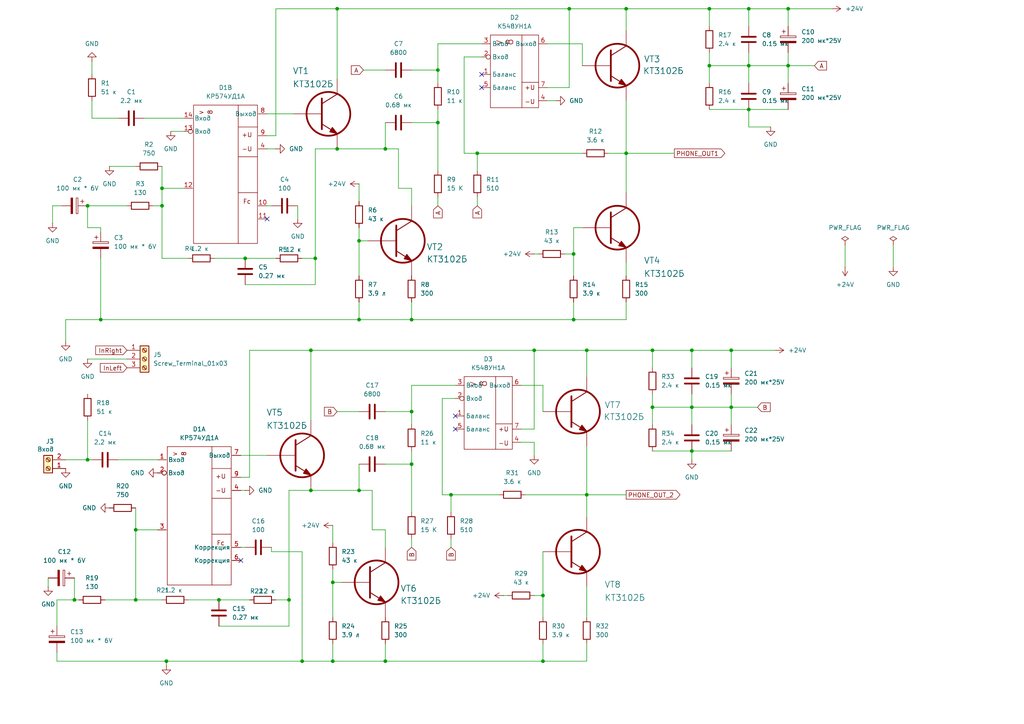
<source format=kicad_sch>
(kicad_sch (version 20231120) (generator "eeschema") (generator_version "8.0")
  (paper "A4")
  (lib_symbols
    (symbol "Connector:Screw_Terminal_01x02" (pin_names (offset 1.016) hide)
      (property "Reference" "J" (at 0 2.54 0))
      (property "Value" "Screw_Terminal_01x02" (at 0 -5.08 0))
      (symbol "Screw_Terminal_01x02_1_1"
        (rectangle (start -1.27 1.27) (end 1.27 -3.81) (stroke (width 0.254)) (fill (type background)))
        (circle (center 0 -2.54) (radius 0.635) (stroke (width 0.1524)))
        (polyline (pts (xy -0.5334 -2.2098) (xy 0.3302 -3.048)) (stroke (width 0.1524)))
        (polyline (pts (xy -0.5334 0.3302) (xy 0.3302 -0.508)) (stroke (width 0.1524)))
        (polyline (pts (xy -0.3556 -2.032) (xy 0.508 -2.8702)) (stroke (width 0.1524)))
        (polyline (pts (xy -0.3556 0.508) (xy 0.508 -0.3302)) (stroke (width 0.1524)))
        (circle (center 0 0) (radius 0.635) (stroke (width 0.1524)))
        (pin passive line (at -5.08 0 0) (length 3.81) (name "Pin_1") (number "1"))
        (pin passive line (at -5.08 -2.54 0) (length 3.81) (name "Pin_2") (number "2"))
      )
    )
    (symbol "Connector:Screw_Terminal_01x03" (pin_names (offset 1.016) hide)
      (property "Reference" "J" (at 0 5.08 0))
      (property "Value" "Screw_Terminal_01x03" (at 0 -5.08 0))
      (symbol "Screw_Terminal_01x03_1_1"
        (rectangle (start -1.27 3.81) (end 1.27 -3.81) (stroke (width 0.254)) (fill (type background)))
        (circle (center 0 -2.54) (radius 0.635) (stroke (width 0.1524)))
        (polyline (pts (xy -0.5334 -2.2098) (xy 0.3302 -3.048)) (stroke (width 0.1524)))
        (polyline (pts (xy -0.5334 0.3302) (xy 0.3302 -0.508)) (stroke (width 0.1524)))
        (polyline (pts (xy -0.5334 2.8702) (xy 0.3302 2.032)) (stroke (width 0.1524)))
        (polyline (pts (xy -0.3556 -2.032) (xy 0.508 -2.8702)) (stroke (width 0.1524)))
        (polyline (pts (xy -0.3556 0.508) (xy 0.508 -0.3302)) (stroke (width 0.1524)))
        (polyline (pts (xy -0.3556 3.048) (xy 0.508 2.2098)) (stroke (width 0.1524)))
        (circle (center 0 0) (radius 0.635) (stroke (width 0.1524)))
        (circle (center 0 2.54) (radius 0.635) (stroke (width 0.1524)))
        (pin passive line (at -5.08 2.54 0) (length 3.81) (name "Pin_1") (number "1"))
        (pin passive line (at -5.08 0 0) (length 3.81) (name "Pin_2") (number "2"))
        (pin passive line (at -5.08 -2.54 0) (length 3.81) (name "Pin_3") (number "3"))
      )
    )
    (symbol "Device:C" (pin_numbers hide) (pin_names (offset 0.254))
      (property "Reference" "C" (at 0.635 2.54 0))
      (property "Value" "C" (at 0.635 -2.54 0))
      (symbol "C_0_1"
        (polyline (pts (xy -2.032 -0.762) (xy 2.032 -0.762)) (stroke (width 0.508)))
        (polyline (pts (xy -2.032 0.762) (xy 2.032 0.762)) (stroke (width 0.508)))
      )
      (symbol "C_1_1"
        (pin passive line (at 0 3.81 270) (length 2.794) (name "~") (number "1"))
        (pin passive line (at 0 -3.81 90) (length 2.794) (name "~") (number "2"))
      )
    )
    (symbol "Device:C_Polarized" (pin_numbers hide) (pin_names (offset 0.254))
      (property "Reference" "C" (at 0.635 2.54 0))
      (property "Value" "C_Polarized" (at 0.635 -2.54 0))
      (symbol "C_Polarized_0_1"
        (rectangle (start -2.286 0.508) (end 2.286 1.016))
        (polyline (pts (xy -1.778 2.286) (xy -0.762 2.286)))
        (polyline (pts (xy -1.27 2.794) (xy -1.27 1.778)))
        (rectangle (start 2.286 -0.508) (end -2.286 -1.016) (fill (type outline)))
      )
      (symbol "C_Polarized_1_1"
        (pin passive line (at 0 3.81 270) (length 2.794) (name "~") (number "1"))
        (pin passive line (at 0 -3.81 90) (length 2.794) (name "~") (number "2"))
      )
    )
    (symbol "Device:R" (pin_numbers hide) (pin_names (offset 0))
      (property "Reference" "R" (at 2.032 0 90))
      (property "Value" "R" (at 0 0 90))
      (symbol "R_0_1"
        (rectangle (start -1.016 -2.54) (end 1.016 2.54) (stroke (width 0.254)))
      )
      (symbol "R_1_1"
        (pin passive line (at 0 3.81 270) (length 1.27) (name "~") (number "1"))
        (pin passive line (at 0 -3.81 90) (length 1.27) (name "~") (number "2"))
      )
    )
    (symbol "Transistors:КТ3102Б" (pin_names (offset 0))
      (property "Reference" "VT" (at 0 8.89 0))
      (property "Value" "КТ3102Б" (at 0 -8.89 0))
      (symbol "КТ3102Б_0_1"
        (polyline (pts (xy -10.16 0) (xy -1.905 0)))
        (polyline (pts (xy -1.905 -2.921) (xy 2.54 -5.715)) (stroke (width 0.254)))
        (polyline (pts (xy 2.54 -5.715) (xy 2.54 -10.16)))
        (polyline (pts (xy 2.54 5.715) (xy -1.905 2.921)) (stroke (width 0.254)))
        (polyline (pts (xy 2.54 10.16) (xy 2.54 5.715)))
        (polyline (pts (xy 2.54 -5.715) (xy 0.381 -5.207) (xy 1.143 -3.937) (xy 2.54 -5.715)) (stroke (width 0.254)) (fill (type outline)))
        (circle (center 0 0) (radius 6.35) (stroke (width 0.508)))
      )
      (symbol "КТ3102Б_1_1"
        (polyline (pts (xy -1.905 4.445) (xy -1.905 -4.445)) (stroke (width 0.508)))
        (pin passive line (at 2.54 10.16 270) (length 2.54) hide (name "C") (number "1"))
        (pin passive line (at -10.16 0 0) (length 2.54) hide (name "B") (number "2"))
        (pin passive line (at 2.54 -10.16 90) (length 2.54) hide (name "E") (number "3"))
      )
    )
    (symbol "USSR_Audio_Amplifier:К548УН1(А-В)"
      (property "Reference" "DА" (at -4.572 20.828 0))
      (symbol "К548УН1(А-В)_0_1"
        (rectangle (start -8.636 19.05) (end 9.906 -21.082))
        (polyline (pts (xy 4.318 -6.35) (xy 9.906 -6.35)))
        (polyline (pts (xy 4.318 4.064) (xy 9.906 4.064)))
        (polyline (pts (xy 4.318 12.7) (xy 9.906 12.7)))
        (polyline (pts (xy 4.318 19.05) (xy 4.318 -21.082)))
        (text "+U\n\n-U" (at 6.858 8.382 0) (effects (font (size 1.27 1.27))))
        (text "8" (at -3.81 17.018 900) (effects (font (size 1.27 1.27))))
        (text ">" (at -6.35 17.018 0) (effects (font (size 1.27 1.27))))
        (text "Fc" (at 6.858 -8.89 0) (effects (font (size 1.27 1.27))))
        (pin power_in line (at 12.7 6.35 180) (length 2.54) (name "") (number "4"))
        (pin power_in line (at 12.7 10.16 180) (length 2.54) (name "") (number "9"))
      )
      (symbol "К548УН1(А-В)_1_1"
        (pin input line (at -11.43 15.24 0) (length 2.54) (name "Вход") (number "1"))
        (pin input inverted (at -11.43 11.43 0) (length 2.54) (name "Вход") (number "2"))
        (pin open_emitter line (at -11.43 -5.08 0) (length 2.54) (name "") (number "3"))
        (pin passive line (at 12.7 -10.16 180) (length 2.54) (name "Коррекция") (number "5"))
        (pin passive line (at 12.7 -13.97 180) (length 2.54) (name "Коррекция") (number "6"))
        (pin output line (at 12.7 16.51 180) (length 2.54) (name "Выход") (number "7"))
      )
      (symbol "К548УН1(А-В)_2_1"
        (pin passive line (at 12.7 -10.16 180) (length 2.54) (name "") (number "10"))
        (pin passive line (at 12.7 -13.97 180) (length 2.54) (name "") (number "11"))
        (pin passive line (at -11.43 -5.08 0) (length 2.54) (name "") (number "12"))
        (pin input inverted (at -11.43 11.43 0) (length 2.54) (name "Вход") (number "13"))
        (pin input line (at -11.43 15.24 0) (length 2.54) (name "Вход") (number "14"))
        (pin output line (at 12.7 16.51 180) (length 2.54) (name "Выход") (number "8"))
      )
    )
    (symbol "USSR_Audio_Amplifier:КР574УД2(А-Г)"
      (property "Reference" "DА" (at 3.81 6.096 0))
      (symbol "КР574УД2(А-Г)_0_1"
        (rectangle (start -7.62 15.24) (end 6.35 -5.842))
        (polyline (pts (xy 1.524 1.524) (xy 6.35 1.524)))
        (polyline (pts (xy 1.524 15.24) (xy 1.524 -5.842)))
      )
      (symbol "КР574УД2(А-Г)_1_1"
        (text "+U\n\n-U" (at 3.81 -2.032 0) (effects (font (size 1.27 1.27))))
        (text "8" (at -2.032 13.208 900) (effects (font (size 2 2))))
        (text ">" (at -5.08 13.208 0) (effects (font (size 2 2))))
        (pin passive line (at -10.16 3.81 0) (length 2.54) (name "Баланс") (number "1"))
        (pin input inverted (at -10.16 8.89 0) (length 2.54) (name "Вход") (number "2"))
        (pin input line (at -10.16 12.7 0) (length 2.54) (name "Вход") (number "3"))
        (pin power_in line (at 8.89 -3.81 180) (length 2.54) (name "") (number "4"))
        (pin passive line (at -10.16 0 0) (length 2.54) (name "Баланс") (number "5"))
        (pin output line (at 8.89 12.7 180) (length 2.54) (name "Выход") (number "6"))
        (pin power_in line (at 8.89 0 180) (length 2.54) (name "") (number "7"))
      )
    )
    (symbol "power:+24V" (power) (pin_numbers hide) (pin_names (offset 0) hide)
      (property "Value" "+24V" (at 0 3.556 0))
      (symbol "+24V_0_1"
        (polyline (pts (xy -0.762 1.27) (xy 0 2.54)))
        (polyline (pts (xy 0 0) (xy 0 2.54)))
        (polyline (pts (xy 0 2.54) (xy 0.762 1.27)))
      )
      (symbol "+24V_1_1"
        (pin power_in line (at 0 0 90) (length 0) (name "~") (number "1"))
      )
    )
    (symbol "power:GND" (power) (pin_numbers hide) (pin_names (offset 0) hide)
      (property "Value" "GND" (at 0 -3.81 0))
      (symbol "GND_0_1"
        (polyline (pts (xy 0 0) (xy 0 -1.27) (xy 1.27 -1.27) (xy 0 -2.54) (xy -1.27 -1.27) (xy 0 -1.27)))
      )
      (symbol "GND_1_1"
        (pin power_in line (at 0 0 270) (length 0) (name "~") (number "1"))
      )
    )
    (symbol "power:PWR_FLAG" (power) (pin_numbers hide) (pin_names (offset 0) hide)
      (property "Value" "PWR_FLAG" (at 0 3.81 0))
      (symbol "PWR_FLAG_0_0"
        (pin power_out line (at 0 0 90) (length 0) (name "~") (number "1"))
      )
      (symbol "PWR_FLAG_0_1"
        (polyline (pts (xy 0 0) (xy 0 1.27) (xy -1.016 1.905) (xy 0 2.54) (xy 1.016 1.905) (xy 0 1.27)))
      )
    )
  )
  (junction (at 217.17 19.05))
  (junction (at 25.4 59.69))
  (junction (at 189.23 118.11))
  (junction (at 138.43 44.45))
  (junction (at 157.48 191.77))
  (junction (at 119.38 134.62))
  (junction (at 205.74 2.54))
  (junction (at 127 35.56))
  (junction (at 104.14 92.71))
  (junction (at 181.61 2.54))
  (junction (at 127 20.32))
  (junction (at 166.37 92.71))
  (junction (at 119.38 92.71))
  (junction (at 111.76 43.18))
  (junction (at 111.76 191.77))
  (junction (at 71.12 74.93))
  (junction (at 97.79 43.18))
  (junction (at 228.6 2.54))
  (junction (at 157.48 172.72))
  (junction (at 170.18 101.6))
  (junction (at 181.61 44.45))
  (junction (at 170.18 143.51))
  (junction (at 90.17 101.6))
  (junction (at 29.21 92.71))
  (junction (at 104.14 142.24))
  (junction (at 200.66 118.11))
  (junction (at 166.37 73.66))
  (junction (at 189.23 101.6))
  (junction (at 39.37 173.99))
  (junction (at 63.5 173.99))
  (junction (at 212.09 118.11))
  (junction (at 21.59 173.99))
  (junction (at 46.99 59.69))
  (junction (at 205.74 19.05))
  (junction (at 165.1 2.54))
  (junction (at 96.52 191.77))
  (junction (at 217.17 2.54))
  (junction (at 83.82 173.99))
  (junction (at 200.66 130.81))
  (junction (at 91.44 74.93))
  (junction (at 212.09 101.6))
  (junction (at 48.26 191.77))
  (junction (at 130.81 143.51))
  (junction (at 46.99 54.61))
  (junction (at 97.79 2.54))
  (junction (at 200.66 101.6))
  (junction (at 96.52 168.91))
  (junction (at 119.38 119.38))
  (junction (at 228.6 19.05))
  (junction (at 87.63 191.77))
  (junction (at 90.17 142.24))
  (junction (at 39.37 153.67))
  (junction (at 25.4 133.35))
  (junction (at 217.17 31.75))
  (junction (at 154.94 101.6))
  (junction (at 104.14 69.85))
  (no_connect (at 77.47 63.5))
  (no_connect (at 132.08 120.65))
  (no_connect (at 139.7 21.59))
  (no_connect (at 132.08 124.46))
  (no_connect (at 69.85 162.56))
  (no_connect (at 139.7 25.4))
  (wire (pts (xy 49.53 38.1) (xy 53.34 38.1)))
  (wire (pts (xy 111.76 20.32) (xy 105.41 20.32)))
  (wire (pts (xy 200.66 130.81) (xy 212.09 130.81)))
  (wire (pts (xy 130.81 143.51) (xy 144.78 143.51)))
  (wire (pts (xy 13.97 167.64) (xy 13.97 170.18)))
  (wire (pts (xy 104.14 119.38) (xy 97.79 119.38)))
  (wire (pts (xy 158.75 29.21) (xy 161.29 29.21)))
  (wire (pts (xy 107.95 142.24) (xy 107.95 153.67)))
  (wire (pts (xy 134.62 16.51) (xy 134.62 44.45)))
  (wire (pts (xy 80.01 2.54) (xy 97.79 2.54)))
  (wire (pts (xy 170.18 129.54) (xy 170.18 143.51)))
  (wire (pts (xy 200.66 114.3) (xy 200.66 118.11)))
  (wire (pts (xy 96.52 168.91) (xy 99.06 168.91)))
  (wire (pts (xy 205.74 15.24) (xy 205.74 19.05)))
  (wire (pts (xy 154.94 124.46) (xy 154.94 101.6)))
  (wire (pts (xy 96.52 165.1) (xy 96.52 168.91)))
  (wire (pts (xy 119.38 123.19) (xy 119.38 119.38)))
  (wire (pts (xy 163.83 73.66) (xy 166.37 73.66)))
  (wire (pts (xy 170.18 101.6) (xy 189.23 101.6)))
  (wire (pts (xy 90.17 142.24) (xy 104.14 142.24)))
  (wire (pts (xy 158.75 25.4) (xy 165.1 25.4)))
  (wire (pts (xy 228.6 19.05) (xy 228.6 24.13)))
  (wire (pts (xy 154.94 128.27) (xy 154.94 132.08)))
  (wire (pts (xy 39.37 153.67) (xy 39.37 147.32)))
  (wire (pts (xy 189.23 114.3) (xy 189.23 118.11)))
  (wire (pts (xy 200.66 101.6) (xy 200.66 106.68)))
  (wire (pts (xy 212.09 118.11) (xy 219.71 118.11)))
  (wire (pts (xy 168.91 12.7) (xy 168.91 19.05)))
  (wire (pts (xy 46.99 59.69) (xy 46.99 54.61)))
  (wire (pts (xy 128.27 143.51) (xy 130.81 143.51)))
  (wire (pts (xy 217.17 2.54) (xy 217.17 7.62)))
  (wire (pts (xy 71.12 82.55) (xy 91.44 82.55)))
  (wire (pts (xy 132.08 115.57) (xy 128.27 115.57)))
  (wire (pts (xy 41.91 34.29) (xy 53.34 34.29)))
  (wire (pts (xy 72.39 101.6) (xy 90.17 101.6)))
  (wire (pts (xy 19.05 133.35) (xy 25.4 133.35)))
  (wire (pts (xy 96.52 191.77) (xy 87.63 191.77)))
  (wire (pts (xy 111.76 119.38) (xy 119.38 119.38)))
  (wire (pts (xy 181.61 2.54) (xy 205.74 2.54)))
  (wire (pts (xy 104.14 69.85) (xy 104.14 80.01)))
  (wire (pts (xy 48.26 191.77) (xy 87.63 191.77)))
  (wire (pts (xy 54.61 74.93) (xy 46.99 74.93)))
  (wire (pts (xy 62.23 74.93) (xy 71.12 74.93)))
  (wire (pts (xy 86.36 59.69) (xy 86.36 63.5)))
  (wire (pts (xy 134.62 44.45) (xy 138.43 44.45)))
  (wire (pts (xy 119.38 92.71) (xy 119.38 87.63)))
  (wire (pts (xy 212.09 101.6) (xy 224.79 101.6)))
  (wire (pts (xy 69.85 142.24) (xy 71.12 142.24)))
  (wire (pts (xy 115.57 43.18) (xy 115.57 54.61)))
  (wire (pts (xy 104.14 134.62) (xy 104.14 142.24)))
  (wire (pts (xy 157.48 186.69) (xy 157.48 191.77)))
  (wire (pts (xy 71.12 74.93) (xy 80.01 74.93)))
  (wire (pts (xy 119.38 130.81) (xy 119.38 134.62)))
  (wire (pts (xy 25.4 66.04) (xy 25.4 59.69)))
  (wire (pts (xy 90.17 121.92) (xy 90.17 101.6)))
  (wire (pts (xy 111.76 153.67) (xy 107.95 153.67)))
  (wire (pts (xy 29.21 66.04) (xy 25.4 66.04)))
  (wire (pts (xy 200.66 101.6) (xy 212.09 101.6)))
  (wire (pts (xy 104.14 87.63) (xy 104.14 92.71)))
  (wire (pts (xy 19.05 92.71) (xy 19.05 99.06)))
  (wire (pts (xy 31.75 48.26) (xy 39.37 48.26)))
  (wire (pts (xy 189.23 118.11) (xy 189.23 123.19)))
  (wire (pts (xy 44.45 59.69) (xy 46.99 59.69)))
  (wire (pts (xy 151.13 111.76) (xy 157.48 111.76)))
  (wire (pts (xy 205.74 2.54) (xy 205.74 7.62)))
  (wire (pts (xy 91.44 43.18) (xy 97.79 43.18)))
  (wire (pts (xy 111.76 191.77) (xy 111.76 186.69)))
  (wire (pts (xy 205.74 19.05) (xy 217.17 19.05)))
  (wire (pts (xy 127 59.69) (xy 127 57.15)))
  (wire (pts (xy 30.48 173.99) (xy 39.37 173.99)))
  (wire (pts (xy 104.14 69.85) (xy 106.68 69.85)))
  (wire (pts (xy 119.38 92.71) (xy 166.37 92.71)))
  (wire (pts (xy 104.14 142.24) (xy 107.95 142.24)))
  (wire (pts (xy 104.14 66.04) (xy 104.14 69.85)))
  (wire (pts (xy 45.72 153.67) (xy 39.37 153.67)))
  (wire (pts (xy 63.5 173.99) (xy 72.39 173.99)))
  (wire (pts (xy 205.74 2.54) (xy 217.17 2.54)))
  (wire (pts (xy 96.52 152.4) (xy 96.52 157.48)))
  (wire (pts (xy 26.67 29.21) (xy 26.67 34.29)))
  (wire (pts (xy 97.79 2.54) (xy 165.1 2.54)))
  (wire (pts (xy 29.21 67.31) (xy 29.21 66.04)))
  (wire (pts (xy 25.4 59.69) (xy 36.83 59.69)))
  (wire (pts (xy 176.53 44.45) (xy 181.61 44.45)))
  (wire (pts (xy 83.82 173.99) (xy 80.01 173.99)))
  (wire (pts (xy 228.6 2.54) (xy 228.6 7.62)))
  (wire (pts (xy 228.6 2.54) (xy 241.3 2.54)))
  (wire (pts (xy 139.7 12.7) (xy 127 12.7)))
  (wire (pts (xy 166.37 73.66) (xy 166.37 80.01)))
  (wire (pts (xy 69.85 158.75) (xy 71.12 158.75)))
  (wire (pts (xy 96.52 168.91) (xy 96.52 179.07)))
  (wire (pts (xy 16.51 173.99) (xy 21.59 173.99)))
  (wire (pts (xy 127 35.56) (xy 127 49.53)))
  (wire (pts (xy 17.78 59.69) (xy 15.24 59.69)))
  (wire (pts (xy 119.38 158.75) (xy 119.38 156.21)))
  (wire (pts (xy 15.24 59.69) (xy 15.24 64.77)))
  (wire (pts (xy 181.61 29.21) (xy 181.61 44.45)))
  (wire (pts (xy 91.44 43.18) (xy 91.44 74.93)))
  (wire (pts (xy 46.99 54.61) (xy 46.99 48.26)))
  (wire (pts (xy 53.34 54.61) (xy 46.99 54.61)))
  (wire (pts (xy 97.79 22.86) (xy 97.79 2.54)))
  (wire (pts (xy 96.52 186.69) (xy 96.52 191.77)))
  (wire (pts (xy 189.23 101.6) (xy 189.23 106.68)))
  (wire (pts (xy 90.17 101.6) (xy 154.94 101.6)))
  (wire (pts (xy 130.81 158.75) (xy 130.81 156.21)))
  (wire (pts (xy 151.13 128.27) (xy 154.94 128.27)))
  (wire (pts (xy 34.29 133.35) (xy 45.72 133.35)))
  (wire (pts (xy 26.67 34.29) (xy 34.29 34.29)))
  (wire (pts (xy 228.6 19.05) (xy 236.22 19.05)))
  (wire (pts (xy 205.74 19.05) (xy 205.74 24.13)))
  (wire (pts (xy 130.81 143.51) (xy 130.81 148.59)))
  (wire (pts (xy 181.61 87.63) (xy 181.61 92.71)))
  (wire (pts (xy 245.11 71.12) (xy 245.11 77.47)))
  (wire (pts (xy 154.94 101.6) (xy 170.18 101.6)))
  (wire (pts (xy 25.4 104.14) (xy 36.83 104.14)))
  (wire (pts (xy 83.82 142.24) (xy 90.17 142.24)))
  (wire (pts (xy 217.17 19.05) (xy 228.6 19.05)))
  (wire (pts (xy 72.39 138.43) (xy 72.39 101.6)))
  (wire (pts (xy 25.4 121.92) (xy 25.4 133.35)))
  (wire (pts (xy 104.14 53.34) (xy 104.14 58.42)))
  (wire (pts (xy 83.82 181.61) (xy 83.82 173.99)))
  (wire (pts (xy 165.1 2.54) (xy 181.61 2.54)))
  (wire (pts (xy 170.18 170.18) (xy 170.18 179.07)))
  (wire (pts (xy 217.17 31.75) (xy 228.6 31.75)))
  (wire (pts (xy 170.18 186.69) (xy 170.18 191.77)))
  (wire (pts (xy 152.4 143.51) (xy 170.18 143.51)))
  (wire (pts (xy 200.66 118.11) (xy 200.66 123.19)))
  (wire (pts (xy 166.37 66.04) (xy 166.37 73.66)))
  (wire (pts (xy 119.38 134.62) (xy 119.38 148.59)))
  (wire (pts (xy 39.37 153.67) (xy 39.37 173.99)))
  (wire (pts (xy 165.1 25.4) (xy 165.1 2.54)))
  (wire (pts (xy 127 24.13) (xy 127 20.32)))
  (wire (pts (xy 29.21 74.93) (xy 29.21 92.71)))
  (wire (pts (xy 91.44 74.93) (xy 87.63 74.93)))
  (wire (pts (xy 212.09 101.6) (xy 212.09 106.68)))
  (wire (pts (xy 217.17 31.75) (xy 217.17 36.83)))
  (wire (pts (xy 138.43 44.45) (xy 168.91 44.45)))
  (wire (pts (xy 157.48 172.72) (xy 157.48 179.07)))
  (wire (pts (xy 146.05 172.72) (xy 147.32 172.72)))
  (wire (pts (xy 77.47 39.37) (xy 80.01 39.37)))
  (wire (pts (xy 170.18 101.6) (xy 170.18 109.22)))
  (wire (pts (xy 259.08 71.12) (xy 259.08 77.47)))
  (wire (pts (xy 91.44 82.55) (xy 91.44 74.93)))
  (wire (pts (xy 181.61 76.2) (xy 181.61 80.01)))
  (wire (pts (xy 228.6 15.24) (xy 228.6 19.05)))
  (wire (pts (xy 21.59 173.99) (xy 22.86 173.99)))
  (wire (pts (xy 157.48 111.76) (xy 157.48 119.38)))
  (wire (pts (xy 166.37 92.71) (xy 181.61 92.71)))
  (wire (pts (xy 154.94 172.72) (xy 157.48 172.72)))
  (wire (pts (xy 119.38 54.61) (xy 115.57 54.61)))
  (wire (pts (xy 16.51 189.23) (xy 16.51 191.77)))
  (wire (pts (xy 138.43 59.69) (xy 138.43 57.15)))
  (wire (pts (xy 78.74 158.75) (xy 78.74 160.02)))
  (wire (pts (xy 189.23 118.11) (xy 200.66 118.11)))
  (wire (pts (xy 119.38 111.76) (xy 119.38 119.38)))
  (wire (pts (xy 189.23 130.81) (xy 200.66 130.81)))
  (wire (pts (xy 157.48 160.02) (xy 157.48 172.72)))
  (wire (pts (xy 111.76 43.18) (xy 115.57 43.18)))
  (wire (pts (xy 46.99 173.99) (xy 39.37 173.99)))
  (wire (pts (xy 111.76 134.62) (xy 119.38 134.62)))
  (wire (pts (xy 77.47 43.18) (xy 80.01 43.18)))
  (wire (pts (xy 78.74 160.02) (xy 87.63 160.02)))
  (wire (pts (xy 111.76 191.77) (xy 157.48 191.77)))
  (wire (pts (xy 139.7 16.51) (xy 134.62 16.51)))
  (wire (pts (xy 111.76 158.75) (xy 111.76 153.67)))
  (wire (pts (xy 170.18 143.51) (xy 181.61 143.51)))
  (wire (pts (xy 77.47 59.69) (xy 78.74 59.69)))
  (wire (pts (xy 189.23 101.6) (xy 200.66 101.6)))
  (wire (pts (xy 157.48 191.77) (xy 170.18 191.77)))
  (wire (pts (xy 170.18 149.86) (xy 170.18 143.51)))
  (wire (pts (xy 16.51 191.77) (xy 48.26 191.77)))
  (wire (pts (xy 46.99 74.93) (xy 46.99 59.69)))
  (wire (pts (xy 217.17 19.05) (xy 217.17 24.13)))
  (wire (pts (xy 181.61 55.88) (xy 181.61 44.45)))
  (wire (pts (xy 166.37 87.63) (xy 166.37 92.71)))
  (wire (pts (xy 200.66 130.81) (xy 200.66 133.35)))
  (wire (pts (xy 19.05 92.71) (xy 29.21 92.71)))
  (wire (pts (xy 217.17 15.24) (xy 217.17 19.05)))
  (wire (pts (xy 63.5 181.61) (xy 83.82 181.61)))
  (wire (pts (xy 168.91 66.04) (xy 166.37 66.04)))
  (wire (pts (xy 181.61 2.54) (xy 181.61 8.89)))
  (wire (pts (xy 151.13 124.46) (xy 154.94 124.46)))
  (wire (pts (xy 104.14 92.71) (xy 119.38 92.71)))
  (wire (pts (xy 83.82 142.24) (xy 83.82 173.99)))
  (wire (pts (xy 21.59 167.64) (xy 21.59 173.99)))
  (wire (pts (xy 119.38 59.69) (xy 119.38 54.61)))
  (wire (pts (xy 217.17 36.83) (xy 223.52 36.83)))
  (wire (pts (xy 138.43 44.45) (xy 138.43 49.53)))
  (wire (pts (xy 154.94 73.66) (xy 156.21 73.66)))
  (wire (pts (xy 104.14 92.71) (xy 29.21 92.71)))
  (wire (pts (xy 48.26 191.77) (xy 48.26 193.04)))
  (wire (pts (xy 69.85 138.43) (xy 72.39 138.43)))
  (wire (pts (xy 26.67 17.78) (xy 26.67 21.59)))
  (wire (pts (xy 119.38 35.56) (xy 127 35.56)))
  (wire (pts (xy 77.47 33.02) (xy 85.09 33.02)))
  (wire (pts (xy 127 12.7) (xy 127 20.32)))
  (wire (pts (xy 25.4 133.35) (xy 26.67 133.35)))
  (wire (pts (xy 212.09 118.11) (xy 212.09 123.19)))
  (wire (pts (xy 127 31.75) (xy 127 35.56)))
  (wire (pts (xy 80.01 39.37) (xy 80.01 2.54)))
  (wire (pts (xy 128.27 115.57) (xy 128.27 143.51)))
  (wire (pts (xy 54.61 173.99) (xy 63.5 173.99)))
  (wire (pts (xy 200.66 118.11) (xy 212.09 118.11)))
  (wire (pts (xy 97.79 43.18) (xy 111.76 43.18)))
  (wire (pts (xy 119.38 20.32) (xy 127 20.32)))
  (wire (pts (xy 87.63 160.02) (xy 87.63 191.77)))
  (wire (pts (xy 69.85 132.08) (xy 77.47 132.08)))
  (wire (pts (xy 195.58 44.45) (xy 181.61 44.45)))
  (wire (pts (xy 212.09 114.3) (xy 212.09 118.11)))
  (wire (pts (xy 132.08 111.76) (xy 119.38 111.76)))
  (wire (pts (xy 16.51 181.61) (xy 16.51 173.99)))
  (wire (pts (xy 96.52 191.77) (xy 111.76 191.77)))
  (wire (pts (xy 217.17 2.54) (xy 228.6 2.54)))
  (wire (pts (xy 205.74 31.75) (xy 217.17 31.75)))
  (wire (pts (xy 158.75 12.7) (xy 168.91 12.7)))
  (wire (pts (xy 111.76 35.56) (xy 111.76 43.18)))
  (global_label "InLeft" (shape input) (at 36.83 106.68 180) (property "Intersheetrefs" "${INTERSHEET_REFS}" (effects (hide yes))))
  (global_label "B" (shape input) (at 119.38 158.75 270) (property "Intersheetrefs" "${INTERSHEET_REFS}" (effects (hide yes))))
  (global_label "InRight" (shape input) (at 36.83 101.6 180) (property "Intersheetrefs" "${INTERSHEET_REFS}" (effects (hide yes))))
  (global_label "А" (shape input) (at 236.22 19.05 0) (property "Intersheetrefs" "${INTERSHEET_REFS}" (effects (hide yes))))
  (global_label "B" (shape input) (at 97.79 119.38 180) (property "Intersheetrefs" "${INTERSHEET_REFS}" (effects (hide yes))))
  (global_label "PHONE_OUT_2" (shape output) (at 181.61 143.51 0) (property "Intersheetrefs" "${INTERSHEET_REFS}" (effects (hide yes))))
  (global_label "PHONE_OUT1" (shape output) (at 195.58 44.45 0) (property "Intersheetrefs" "${INTERSHEET_REFS}" (effects (hide yes))))
  (global_label "А" (shape input) (at 105.41 20.32 180) (property "Intersheetrefs" "${INTERSHEET_REFS}" (effects (hide yes))))
  (global_label "B" (shape input) (at 130.81 158.75 270) (property "Intersheetrefs" "${INTERSHEET_REFS}" (effects (hide yes))))
  (global_label "B" (shape input) (at 219.71 118.11 0) (property "Intersheetrefs" "${INTERSHEET_REFS}" (effects (hide yes))))
  (global_label "А" (shape input) (at 127 59.69 270) (property "Intersheetrefs" "${INTERSHEET_REFS}" (effects (hide yes))))
  (global_label "А" (shape input) (at 138.43 59.69 270) (property "Intersheetrefs" "${INTERSHEET_REFS}" (effects (hide yes))))
  (symbol (lib_id "Device:R") (at 43.18 48.26 90) (unit 1)
    (property "Reference" "R2" (at 43.18 41.91 90))
    (property "Value" "750" (at 43.18 44.45 90))
    (property "Footprint" "Resistor_THT:R_Axial_DIN0204_L3.6mm_D1.6mm_P7.62mm_Horizontal" (effects (hide yes)))
    (property "Description" "Resistor" (effects (hide yes)))
  )
  (symbol (lib_id "Connector:Screw_Terminal_01x03") (at 41.91 104.14 0) (unit 1)
    (property "Reference" "J5" (at 44.45 102.8699 0) (effects (justify left)))
    (property "Value" "Screw_Terminal_01x03" (at 44.45 105.4099 0) (effects (justify left)))
    (property "Description" "Generic screw terminal, single row, 01x03, script generated (kicad-library-utils/schlib/autogen/connector/)" (effects (hide yes)))
  )
  (symbol (lib_id "Device:R") (at 26.67 173.99 90) (unit 1)
    (property "Reference" "R19" (at 26.67 167.64 90))
    (property "Value" "130" (at 26.67 170.18 90))
    (property "Footprint" "Resistor_THT:R_Axial_DIN0204_L3.6mm_D1.6mm_P7.62mm_Horizontal" (effects (hide yes)))
    (property "Description" "Resistor" (effects (hide yes)))
  )
  (symbol (lib_id "Device:R") (at 96.52 182.88 180) (unit 1)
    (property "Reference" "R24" (at 99.06 181.6099 0) (effects (justify right)))
    (property "Value" "3.9 л" (at 99.06 184.1499 0) (effects (justify right)))
    (property "Footprint" "Resistor_THT:R_Axial_DIN0204_L3.6mm_D1.6mm_P7.62mm_Horizontal" (effects (hide yes)))
    (property "Description" "Resistor" (effects (hide yes)))
  )
  (symbol (lib_id "Device:C") (at 71.12 78.74 180) (unit 1)
    (property "Reference" "C5" (at 74.93 77.4699 0) (effects (justify right)))
    (property "Value" "0.27 мк" (at 74.93 80.0099 0) (effects (justify right)))
    (property "Footprint" "Capacitor_THT:C_Rect_L11.0mm_W3.4mm_P10.00mm_MKT" (effects (hide yes)))
    (property "Description" "Unpolarized capacitor" (effects (hide yes)))
  )
  (symbol (lib_id "Device:C_Polarized") (at 228.6 27.94 0) (unit 1)
    (property "Reference" "C11" (at 232.41 25.7809 0) (effects (justify left)))
    (property "Value" "200 мк*25V" (at 232.41 28.3209 0) (effects (justify left)))
    (property "Footprint" "Capacitor_THT:CP_Radial_D7.5mm_P2.50mm" (effects (hide yes)))
    (property "Description" "Polarized capacitor" (effects (hide yes)))
  )
  (symbol (lib_id "Device:C") (at 115.57 20.32 270) (unit 1)
    (property "Reference" "C7" (at 115.57 12.7 90))
    (property "Value" "6800" (at 115.57 15.24 90))
    (property "Footprint" "Capacitor_THT:C_Rect_L11.0mm_W3.4mm_P10.00mm_MKT" (effects (hide yes)))
    (property "Description" "Unpolarized capacitor" (effects (hide yes)))
  )
  (symbol (lib_id "power:+24V") (at 224.79 101.6 270) (unit 1)
    (property "Reference" "#PWR023" (effects (hide yes)))
    (property "Value" "+24V" (at 228.6 101.5999 90) (effects (justify left)))
    (property "Description" "Power symbol creates a global label with name \"+24V\"" (effects (hide yes)))
  )
  (symbol (lib_id "Device:R") (at 76.2 173.99 90) (unit 1)
    (property "Reference" "R22" (at 74.422 171.45 90))
    (property "Value" "12 к" (at 77.47 171.45 90))
    (property "Footprint" "Resistor_THT:R_Axial_DIN0204_L3.6mm_D1.6mm_P7.62mm_Horizontal" (effects (hide yes)))
    (property "Description" "Resistor" (effects (hide yes)))
  )
  (symbol (lib_id "Device:R") (at 104.14 83.82 180) (unit 1)
    (property "Reference" "R7" (at 106.68 82.5499 0) (effects (justify right)))
    (property "Value" "3.9 л" (at 106.68 85.0899 0) (effects (justify right)))
    (property "Footprint" "Resistor_THT:R_Axial_DIN0204_L3.6mm_D1.6mm_P7.62mm_Horizontal" (effects (hide yes)))
    (property "Description" "Resistor" (effects (hide yes)))
  )
  (symbol (lib_id "Device:R") (at 130.81 152.4 180) (unit 1)
    (property "Reference" "R28" (at 133.35 151.1299 0) (effects (justify right)))
    (property "Value" "510" (at 133.35 153.6699 0) (effects (justify right)))
    (property "Footprint" "Resistor_THT:R_Axial_DIN0204_L3.6mm_D1.6mm_P7.62mm_Horizontal" (effects (hide yes)))
    (property "Description" "Resistor" (effects (hide yes)))
  )
  (symbol (lib_id "Transistors:КТ3102Б") (at 167.64 160.02 0) (unit 1)
    (property "Reference" "VT8" (at 175.26 169.5449 0) (effects (font (size 1.778 1.778)) (justify left)))
    (property "Value" "КТ3102Б" (at 175.26 173.3549 0) (effects (font (size 1.778 1.778)) (justify left)))
    (property "Footprint" "Package_TO_SOT_THT:TO-92L_HandSolder" (effects (hide yes)))
  )
  (symbol (lib_id "Transistors:КТ3102Б") (at 109.22 168.91 0) (unit 1)
    (property "Reference" "VT6" (at 116.078 170.688 0) (effects (font (size 1.778 1.778)) (justify left)))
    (property "Value" "КТ3102Б" (at 116.078 174.244 0) (effects (font (size 1.778 1.778)) (justify left)))
    (property "Footprint" "Package_TO_SOT_THT:TO-92L_HandSolder" (effects (hide yes)))
  )
  (symbol (lib_id "Device:C") (at 107.95 134.62 270) (unit 1)
    (property "Reference" "C18" (at 107.95 127 90))
    (property "Value" "0.68 мк" (at 107.95 129.54 90))
    (property "Footprint" "Capacitor_THT:C_Rect_L11.0mm_W3.4mm_P10.00mm_MKT" (effects (hide yes)))
    (property "Description" "Unpolarized capacitor" (effects (hide yes)))
  )
  (symbol (lib_id "power:GND") (at 45.72 137.16 270) (unit 1)
    (property "Reference" "#PWR029" (effects (hide yes)))
    (property "Value" "GND" (at 41.91 137.1599 90) (effects (justify right)))
    (property "Description" "Power symbol creates a global label with name \"GND\" , ground" (effects (hide yes)))
  )
  (symbol (lib_id "Connector:Screw_Terminal_01x02") (at 13.97 135.89 180) (unit 1)
    (property "Reference" "J3" (at 14.478 128.016 0))
    (property "Value" "Вход" (at 13.208 130.302 0))
    (property "Footprint" "Connector_Phoenix_GMSTB:PhoenixContact_GMSTBV_2,5_2-GF-7,62_1x02_P7.62mm_Vertical_ThreadedFlange_MountHole" (effects (hide yes)))
    (property "Description" "Generic screw terminal, single row, 01x02, script generated (kicad-library-utils/schlib/autogen/connector/)" (effects (hide yes)))
  )
  (symbol (lib_id "Device:R") (at 50.8 173.99 90) (unit 1)
    (property "Reference" "R21" (at 47.244 171.196 90))
    (property "Value" "1.2 к" (at 50.292 171.196 90))
    (property "Footprint" "Resistor_THT:R_Axial_DIN0204_L3.6mm_D1.6mm_P7.62mm_Horizontal" (effects (hide yes)))
    (property "Description" "Resistor" (effects (hide yes)))
  )
  (symbol (lib_id "Transistors:КТ3102Б") (at 116.84 69.85 0) (unit 1)
    (property "Reference" "VT2" (at 123.698 71.628 0) (effects (font (size 1.778 1.778)) (justify left)))
    (property "Value" "КТ3102Б" (at 123.698 75.184 0) (effects (font (size 1.778 1.778)) (justify left)))
    (property "Footprint" "Package_TO_SOT_THT:TO-92L_HandSolder" (effects (hide yes)))
  )
  (symbol (lib_id "Device:R") (at 25.4 118.11 0) (unit 1)
    (property "Reference" "R18" (at 27.94 116.8399 0) (effects (justify left)))
    (property "Value" "51 к" (at 27.94 119.3799 0) (effects (justify left)))
    (property "Footprint" "Resistor_THT:R_Axial_DIN0204_L3.6mm_D1.6mm_P7.62mm_Horizontal" (effects (hide yes)))
    (property "Description" "Resistor" (effects (hide yes)))
  )
  (symbol (lib_id "Device:C_Polarized") (at 17.78 167.64 270) (unit 1)
    (property "Reference" "C12" (at 18.669 160.02 90))
    (property "Value" "100 мк * 6V" (at 18.669 162.56 90))
    (property "Footprint" "Capacitor_THT:CP_Radial_D7.5mm_P2.50mm" (effects (hide yes)))
    (property "Description" "Polarized capacitor" (effects (hide yes)))
  )
  (symbol (lib_id "power:PWR_FLAG") (at 245.11 71.12 0) (unit 1)
    (property "Reference" "#FLG01" (effects (hide yes)))
    (property "Value" "PWR_FLAG" (at 245.11 66.04 0))
    (property "Description" "Special symbol for telling ERC where power comes from" (effects (hide yes)))
  )
  (symbol (lib_id "Device:R") (at 58.42 74.93 90) (unit 1)
    (property "Reference" "R4" (at 54.864 72.136 90))
    (property "Value" "1.2 к" (at 57.912 72.136 90))
    (property "Footprint" "Resistor_THT:R_Axial_DIN0204_L3.6mm_D1.6mm_P7.62mm_Horizontal" (effects (hide yes)))
    (property "Description" "Resistor" (effects (hide yes)))
  )
  (symbol (lib_id "Transistors:КТ3102Б") (at 167.64 119.38 0) (unit 1)
    (property "Reference" "VT7" (at 175.26 117.4749 0) (effects (font (size 1.778 1.778)) (justify left)))
    (property "Value" "КТ3102Б" (at 175.006 120.904 0) (effects (font (size 1.778 1.778)) (justify left)))
    (property "Footprint" "Package_TO_SOT_THT:TO-92L_HandSolder" (effects (hide yes)))
  )
  (symbol (lib_id "Device:R") (at 35.56 147.32 90) (unit 1)
    (property "Reference" "R20" (at 35.56 140.97 90))
    (property "Value" "750" (at 35.56 143.51 90))
    (property "Footprint" "Resistor_THT:R_Axial_DIN0204_L3.6mm_D1.6mm_P7.62mm_Horizontal" (effects (hide yes)))
    (property "Description" "Resistor" (effects (hide yes)))
  )
  (symbol (lib_id "Device:C") (at 82.55 59.69 270) (unit 1)
    (property "Reference" "C4" (at 82.55 52.07 90))
    (property "Value" "100" (at 82.55 54.61 90))
    (property "Footprint" "Capacitor_THT:C_Rect_L11.0mm_W3.4mm_P10.00mm_MKT" (effects (hide yes)))
    (property "Description" "Unpolarized capacitor" (effects (hide yes)))
  )
  (symbol (lib_id "Device:R") (at 157.48 182.88 0) (unit 1)
    (property "Reference" "R30" (at 160.02 181.6099 0) (effects (justify left)))
    (property "Value" "3.9 к" (at 160.02 184.1499 0) (effects (justify left)))
    (property "Footprint" "Resistor_THT:R_Axial_DIN0204_L3.6mm_D1.6mm_P7.62mm_Horizontal" (effects (hide yes)))
    (property "Description" "Resistor" (effects (hide yes)))
  )
  (symbol (lib_id "USSR_Audio_Amplifier:КР574УД2(А-Г)") (at 149.86 25.4 0) (unit 1)
    (property "Reference" "D2" (at 149.225 5.08 0))
    (property "Value" "К548УН1А" (at 149.225 7.62 0))
    (property "Footprint" "Package_DIP:DIP-8_W7.62mm" (effects (hide yes)))
    (property "Datasheet" "https://rudatasheet.ru/microchips/k574ud1_kr574ud1/" (effects (hide yes)))
    (property "Description" "быстродействующие операционные усилители " (effects (hide yes)))
  )
  (symbol (lib_id "power:GND") (at 31.75 48.26 0) (unit 1)
    (property "Reference" "#PWR019" (effects (hide yes)))
    (property "Value" "GND" (at 31.75 53.34 0))
    (property "Description" "Power symbol creates a global label with name \"GND\" , ground" (effects (hide yes)))
  )
  (symbol (lib_id "Device:R") (at 172.72 44.45 270) (unit 1)
    (property "Reference" "R12" (at 172.72 38.1 90))
    (property "Value" "3.6 к" (at 172.72 40.64 90))
    (property "Footprint" "Resistor_THT:R_Axial_DIN0204_L3.6mm_D1.6mm_P7.62mm_Horizontal" (effects (hide yes)))
    (property "Description" "Resistor" (effects (hide yes)))
  )
  (symbol (lib_id "power:GND") (at 80.01 43.18 90) (unit 1)
    (property "Reference" "#PWR05" (effects (hide yes)))
    (property "Value" "GND" (at 83.82 43.1799 90) (effects (justify right)))
    (property "Description" "Power symbol creates a global label with name \"GND\" , ground" (effects (hide yes)))
  )
  (symbol (lib_id "USSR_Audio_Amplifier:К548УН1(А-В)") (at 57.15 148.59 0) (unit 1)
    (property "Reference" "D1" (at 57.785 124.46 0))
    (property "Value" "КР574УД1А" (at 57.785 127 0))
    (property "Footprint" "Package_DIP:DIP-14_W7.62mm" (effects (hide yes)))
    (property "Datasheet" "http://www.chipinfo.ru/dsheets/ic/548/un1.html" (effects (hide yes)))
    (property "Description" "двухканальный малошумящий усилитель для предварительного усиления" (effects (hide yes)))
  )
  (symbol (lib_id "Device:R") (at 119.38 83.82 180) (unit 1)
    (property "Reference" "R8" (at 121.92 82.5499 0) (effects (justify right)))
    (property "Value" "300" (at 121.92 85.0899 0) (effects (justify right)))
    (property "Footprint" "Resistor_THT:R_Axial_DIN0204_L3.6mm_D1.6mm_P7.62mm_Horizontal" (effects (hide yes)))
    (property "Description" "Resistor" (effects (hide yes)))
  )
  (symbol (lib_id "power:+24V") (at 154.94 73.66 90) (unit 1)
    (property "Reference" "#PWR09" (effects (hide yes)))
    (property "Value" "+24V" (at 151.13 73.6599 90) (effects (justify left)))
    (property "Description" "Power symbol creates a global label with name \"+24V\"" (effects (hide yes)))
  )
  (symbol (lib_id "power:+24V") (at 104.14 53.34 90) (unit 1)
    (property "Reference" "#PWR07" (effects (hide yes)))
    (property "Value" "+24V" (at 100.33 53.3399 90) (effects (justify left)))
    (property "Description" "Power symbol creates a global label with name \"+24V\"" (effects (hide yes)))
  )
  (symbol (lib_id "Device:R") (at 181.61 83.82 0) (unit 1)
    (property "Reference" "R15" (at 184.15 82.5499 0) (effects (justify left)))
    (property "Value" "300" (at 184.15 85.0899 0) (effects (justify left)))
    (property "Footprint" "Resistor_THT:R_Axial_DIN0204_L3.6mm_D1.6mm_P7.62mm_Horizontal" (effects (hide yes)))
    (property "Description" "Resistor" (effects (hide yes)))
  )
  (symbol (lib_id "Device:R") (at 160.02 73.66 270) (unit 1)
    (property "Reference" "R13" (at 160.02 67.31 90))
    (property "Value" "43 к" (at 160.02 69.85 90))
    (property "Footprint" "Resistor_THT:R_Axial_DIN0204_L3.6mm_D1.6mm_P7.62mm_Horizontal" (effects (hide yes)))
    (property "Description" "Resistor" (effects (hide yes)))
  )
  (symbol (lib_id "Transistors:КТ3102Б") (at 95.25 33.02 0) (unit 1)
    (property "Reference" "VT1" (at 84.836 20.574 0) (effects (font (size 1.778 1.778)) (justify left)))
    (property "Value" "КТ3102Б" (at 84.836 24.384 0) (effects (font (size 1.778 1.778)) (justify left)))
    (property "Footprint" "Package_TO_SOT_THT:TO-92L_HandSolder" (effects (hide yes)))
  )
  (symbol (lib_id "power:GND") (at 15.24 64.77 0) (unit 1)
    (property "Reference" "#PWR027" (effects (hide yes)))
    (property "Value" "GND" (at 15.24 69.85 0))
    (property "Description" "Power symbol creates a global label with name \"GND\" , ground" (effects (hide yes)))
  )
  (symbol (lib_id "power:GND") (at 71.12 142.24 90) (unit 1)
    (property "Reference" "#PWR01" (effects (hide yes)))
    (property "Value" "GND" (at 74.93 142.2399 90) (effects (justify right)))
    (property "Description" "Power symbol creates a global label with name \"GND\" , ground" (effects (hide yes)))
  )
  (symbol (lib_id "USSR_Audio_Amplifier:КР574УД2(А-Г)") (at 142.24 124.46 0) (unit 1)
    (property "Reference" "D3" (at 141.605 104.14 0))
    (property "Value" "К548УН1А" (at 141.605 106.68 0))
    (property "Footprint" "Package_DIP:DIP-8_W7.62mm" (effects (hide yes)))
    (property "Datasheet" "https://rudatasheet.ru/microchips/k574ud1_kr574ud1/" (effects (hide yes)))
    (property "Description" "быстродействующие операционные усилители " (effects (hide yes)))
  )
  (symbol (lib_id "Device:R") (at 127 53.34 180) (unit 1)
    (property "Reference" "R9" (at 129.54 52.0699 0) (effects (justify right)))
    (property "Value" "15 К" (at 129.54 54.6099 0) (effects (justify right)))
    (property "Footprint" "Resistor_THT:R_Axial_DIN0204_L3.6mm_D1.6mm_P7.62mm_Horizontal" (effects (hide yes)))
    (property "Description" "Resistor" (effects (hide yes)))
  )
  (symbol (lib_id "power:GND") (at 223.52 36.83 0) (unit 1)
    (property "Reference" "#PWR03" (effects (hide yes)))
    (property "Value" "GND" (at 223.52 41.91 0))
    (property "Description" "Power symbol creates a global label with name \"GND\" , ground" (effects (hide yes)))
  )
  (symbol (lib_id "Transistors:КТ3102Б") (at 87.63 132.08 0) (unit 1)
    (property "Reference" "VT5" (at 77.216 119.634 0) (effects (font (size 1.778 1.778)) (justify left)))
    (property "Value" "КТ3102Б" (at 77.216 123.444 0) (effects (font (size 1.778 1.778)) (justify left)))
    (property "Footprint" "Package_TO_SOT_THT:TO-92L_HandSolder" (effects (hide yes)))
  )
  (symbol (lib_id "Device:R") (at 205.74 27.94 0) (unit 1)
    (property "Reference" "R16" (at 208.28 26.6699 0) (effects (justify left)))
    (property "Value" "2.4 к" (at 208.28 29.2099 0) (effects (justify left)))
    (property "Footprint" "Resistor_THT:R_Axial_DIN0204_L3.6mm_D1.6mm_P7.62mm_Horizontal" (effects (hide yes)))
    (property "Description" "Resistor" (effects (hide yes)))
  )
  (symbol (lib_id "Device:C") (at 200.66 110.49 0) (unit 1)
    (property "Reference" "C19" (at 204.47 109.2199 0) (effects (justify left)))
    (property "Value" "0.15 мк" (at 204.47 111.7599 0) (effects (justify left)))
    (property "Footprint" "Capacitor_THT:CP_Axial_L30.0mm_D12.5mm_P35.00mm_Horizontal" (effects (hide yes)))
    (property "Description" "Unpolarized capacitor" (effects (hide yes)))
  )
  (symbol (lib_id "Device:R") (at 205.74 11.43 0) (unit 1)
    (property "Reference" "R17" (at 208.28 10.1599 0) (effects (justify left)))
    (property "Value" "2.4 к" (at 208.28 12.6999 0) (effects (justify left)))
    (property "Footprint" "Resistor_THT:R_Axial_DIN0204_L3.6mm_D1.6mm_P7.62mm_Horizontal" (effects (hide yes)))
    (property "Description" "Resistor" (effects (hide yes)))
  )
  (symbol (lib_id "Device:R") (at 127 27.94 180) (unit 1)
    (property "Reference" "R10" (at 129.54 26.6699 0) (effects (justify right)))
    (property "Value" "11 к" (at 129.54 29.2099 0) (effects (justify right)))
    (property "Footprint" "Resistor_THT:R_Axial_DIN0204_L3.6mm_D1.6mm_P7.62mm_Horizontal" (effects (hide yes)))
    (property "Description" "Resistor" (effects (hide yes)))
  )
  (symbol (lib_id "power:GND") (at 31.75 147.32 270) (unit 1)
    (property "Reference" "#PWR016" (effects (hide yes)))
    (property "Value" "GND" (at 27.94 147.3199 90) (effects (justify right)))
    (property "Description" "Power symbol creates a global label with name \"GND\" , ground" (effects (hide yes)))
  )
  (symbol (lib_id "power:+24V") (at 241.3 2.54 270) (unit 1)
    (property "Reference" "#PWR024" (effects (hide yes)))
    (property "Value" "+24V" (at 245.11 2.5399 90) (effects (justify left)))
    (property "Description" "Power symbol creates a global label with name \"+24V\"" (effects (hide yes)))
  )
  (symbol (lib_id "power:GND") (at 48.26 193.04 0) (unit 1)
    (property "Reference" "#PWR020" (effects (hide yes)))
    (property "Value" "GND" (at 48.26 198.12 0))
    (property "Description" "Power symbol creates a global label with name \"GND\" , ground" (effects (hide yes)))
  )
  (symbol (lib_id "Device:R") (at 104.14 62.23 180) (unit 1)
    (property "Reference" "R6" (at 106.68 60.9599 0) (effects (justify right)))
    (property "Value" "43 к" (at 106.68 63.4999 0) (effects (justify right)))
    (property "Footprint" "Resistor_THT:R_Axial_DIN0204_L3.6mm_D1.6mm_P7.62mm_Horizontal" (effects (hide yes)))
    (property "Description" "Resistor" (effects (hide yes)))
  )
  (symbol (lib_id "power:+24V") (at 146.05 172.72 90) (unit 1)
    (property "Reference" "#PWR022" (effects (hide yes)))
    (property "Value" "+24V" (at 142.24 172.7199 90) (effects (justify left)))
    (property "Description" "Power symbol creates a global label with name \"+24V\"" (effects (hide yes)))
  )
  (symbol (lib_id "Device:C") (at 74.93 158.75 270) (unit 1)
    (property "Reference" "C16" (at 74.93 151.13 90))
    (property "Value" "100" (at 74.93 153.67 90))
    (property "Footprint" "Capacitor_THT:C_Rect_L11.0mm_W3.4mm_P10.00mm_MKT" (effects (hide yes)))
    (property "Description" "Unpolarized capacitor" (effects (hide yes)))
  )
  (symbol (lib_id "power:GND") (at 259.08 77.47 0) (unit 1)
    (property "Reference" "#PWR017" (effects (hide yes)))
    (property "Value" "GND" (at 259.08 82.55 0))
    (property "Description" "Power symbol creates a global label with name \"GND\" , ground" (effects (hide yes)))
  )
  (symbol (lib_id "Device:R") (at 119.38 152.4 180) (unit 1)
    (property "Reference" "R27" (at 121.92 151.1299 0) (effects (justify right)))
    (property "Value" "15 К" (at 121.92 153.6699 0) (effects (justify right)))
    (property "Footprint" "Resistor_THT:R_Axial_DIN0204_L3.6mm_D1.6mm_P7.62mm_Horizontal" (effects (hide yes)))
    (property "Description" "Resistor" (effects (hide yes)))
  )
  (symbol (lib_id "Device:R") (at 151.13 172.72 270) (unit 1)
    (property "Reference" "R29" (at 151.13 166.37 90))
    (property "Value" "43 к" (at 151.13 168.91 90))
    (property "Footprint" "Resistor_THT:R_Axial_DIN0204_L3.6mm_D1.6mm_P7.62mm_Horizontal" (effects (hide yes)))
    (property "Description" "Resistor" (effects (hide yes)))
  )
  (symbol (lib_id "power:GND") (at 161.29 29.21 90) (unit 1)
    (property "Reference" "#PWR011" (effects (hide yes)))
    (property "Value" "GND" (at 165.1 29.2099 90) (effects (justify right)))
    (property "Description" "Power symbol creates a global label with name \"GND\" , ground" (effects (hide yes)))
  )
  (symbol (lib_id "power:+24V") (at 245.11 77.47 180) (unit 1)
    (property "Reference" "#PWR026" (effects (hide yes)))
    (property "Value" "+24V" (at 245.11 82.55 0))
    (property "Description" "Power symbol creates a global label with name \"+24V\"" (effects (hide yes)))
  )
  (symbol (lib_id "Device:R") (at 170.18 182.88 0) (unit 1)
    (property "Reference" "R32" (at 172.72 181.6099 0) (effects (justify left)))
    (property "Value" "300" (at 172.72 184.1499 0) (effects (justify left)))
    (property "Footprint" "Resistor_THT:R_Axial_DIN0204_L3.6mm_D1.6mm_P7.62mm_Horizontal" (effects (hide yes)))
    (property "Description" "Resistor" (effects (hide yes)))
  )
  (symbol (lib_id "Transistors:КТ3102Б") (at 179.07 19.05 0) (unit 1)
    (property "Reference" "VT3" (at 186.69 17.1449 0) (effects (font (size 1.778 1.778)) (justify left)))
    (property "Value" "КТ3102Б" (at 186.436 20.574 0) (effects (font (size 1.778 1.778)) (justify left)))
    (property "Footprint" "Package_TO_SOT_THT:TO-92L_HandSolder" (effects (hide yes)))
  )
  (symbol (lib_id "power:GND") (at 86.36 63.5 0) (unit 1)
    (property "Reference" "#PWR08" (effects (hide yes)))
    (property "Value" "GND" (at 86.36 68.58 0))
    (property "Description" "Power symbol creates a global label with name \"GND\" , ground" (effects (hide yes)))
  )
  (symbol (lib_id "power:GND") (at 49.53 38.1 0) (unit 1)
    (property "Reference" "#PWR06" (effects (hide yes)))
    (property "Value" "GND" (at 49.53 43.18 0))
    (property "Description" "Power symbol creates a global label with name \"GND\" , ground" (effects (hide yes)))
  )
  (symbol (lib_id "Device:R") (at 189.23 110.49 0) (unit 1)
    (property "Reference" "R33" (at 191.77 109.2199 0) (effects (justify left)))
    (property "Value" "2.4 к" (at 191.77 111.7599 0) (effects (justify left)))
    (property "Footprint" "Resistor_THT:R_Axial_DIN0204_L3.6mm_D1.6mm_P7.62mm_Horizontal" (effects (hide yes)))
    (property "Description" "Resistor" (effects (hide yes)))
  )
  (symbol (lib_id "Device:C_Polarized") (at 29.21 71.12 0) (unit 1)
    (property "Reference" "C3" (at 33.02 68.9609 0) (effects (justify left)))
    (property "Value" "100 мк * 6V" (at 33.02 71.5009 0) (effects (justify left)))
    (property "Footprint" "Capacitor_THT:CP_Radial_D7.5mm_P2.50mm" (effects (hide yes)))
    (property "Description" "Polarized capacitor" (effects (hide yes)))
  )
  (symbol (lib_id "Transistors:КТ3102Б") (at 179.07 66.04 0) (unit 1)
    (property "Reference" "VT4" (at 186.69 75.5649 0) (effects (font (size 1.778 1.778)) (justify left)))
    (property "Value" "КТ3102Б" (at 186.69 79.3749 0) (effects (font (size 1.778 1.778)) (justify left)))
    (property "Footprint" "Package_TO_SOT_THT:TO-92L_HandSolder" (effects (hide yes)))
  )
  (symbol (lib_id "power:+24V") (at 96.52 152.4 90) (unit 1)
    (property "Reference" "#PWR021" (effects (hide yes)))
    (property "Value" "+24V" (at 92.71 152.3999 90) (effects (justify left)))
    (property "Description" "Power symbol creates a global label with name \"+24V\"" (effects (hide yes)))
  )
  (symbol (lib_id "Device:C") (at 217.17 11.43 0) (unit 1)
    (property "Reference" "C8" (at 220.98 10.1599 0) (effects (justify left)))
    (property "Value" "0.15 мк" (at 220.98 12.6999 0) (effects (justify left)))
    (property "Footprint" "Capacitor_THT:CP_Axial_L30.0mm_D12.5mm_P35.00mm_Horizontal" (effects (hide yes)))
    (property "Description" "Unpolarized capacitor" (effects (hide yes)))
  )
  (symbol (lib_id "Device:R") (at 96.52 161.29 180) (unit 1)
    (property "Reference" "R23" (at 99.06 160.0199 0) (effects (justify right)))
    (property "Value" "43 к" (at 99.06 162.5599 0) (effects (justify right)))
    (property "Footprint" "Resistor_THT:R_Axial_DIN0204_L3.6mm_D1.6mm_P7.62mm_Horizontal" (effects (hide yes)))
    (property "Description" "Resistor" (effects (hide yes)))
  )
  (symbol (lib_id "Device:R") (at 148.59 143.51 270) (unit 1)
    (property "Reference" "R31" (at 148.59 137.16 90))
    (property "Value" "3.6 к" (at 148.59 139.7 90))
    (property "Footprint" "Resistor_THT:R_Axial_DIN0204_L3.6mm_D1.6mm_P7.62mm_Horizontal" (effects (hide yes)))
    (property "Description" "Resistor" (effects (hide yes)))
  )
  (symbol (lib_id "Device:C") (at 30.48 133.35 90) (unit 1)
    (property "Reference" "C14" (at 30.48 125.73 90))
    (property "Value" "2.2 мк" (at 30.48 128.27 90))
    (property "Footprint" "Capacitor_THT:C_Rect_L9.0mm_W2.5mm_P7.50mm_MKT" (effects (hide yes)))
    (property "Description" "Unpolarized capacitor" (effects (hide yes)))
  )
  (symbol (lib_id "Device:C_Polarized") (at 228.6 11.43 0) (unit 1)
    (property "Reference" "C10" (at 232.41 9.2709 0) (effects (justify left)))
    (property "Value" "200 мк*25V" (at 232.41 11.8109 0) (effects (justify left)))
    (property "Footprint" "Capacitor_THT:CP_Radial_D7.5mm_P2.50mm" (effects (hide yes)))
    (property "Description" "Polarized capacitor" (effects (hide yes)))
  )
  (symbol (lib_id "Device:R") (at 189.23 127 0) (unit 1)
    (property "Reference" "R34" (at 191.77 125.7299 0) (effects (justify left)))
    (property "Value" "2.4 к" (at 191.77 128.2699 0) (effects (justify left)))
    (property "Footprint" "Resistor_THT:R_Axial_DIN0204_L3.6mm_D1.6mm_P7.62mm_Horizontal" (effects (hide yes)))
    (property "Description" "Resistor" (effects (hide yes)))
  )
  (symbol (lib_id "Device:R") (at 138.43 53.34 180) (unit 1)
    (property "Reference" "R11" (at 140.97 52.0699 0) (effects (justify right)))
    (property "Value" "510" (at 140.97 54.6099 0) (effects (justify right)))
    (property "Footprint" "Resistor_THT:R_Axial_DIN0204_L3.6mm_D1.6mm_P7.62mm_Horizontal" (effects (hide yes)))
    (property "Description" "Resistor" (effects (hide yes)))
  )
  (symbol (lib_id "power:GND") (at 19.05 99.06 0) (unit 1)
    (property "Reference" "#PWR02" (effects (hide yes)))
    (property "Value" "GND" (at 19.05 104.14 0))
    (property "Description" "Power symbol creates a global label with name \"GND\" , ground" (effects (hide yes)))
  )
  (symbol (lib_id "Device:C_Polarized") (at 212.09 110.49 0) (unit 1)
    (property "Reference" "C21" (at 215.9 108.3309 0) (effects (justify left)))
    (property "Value" "200 мк*25V" (at 215.9 110.8709 0) (effects (justify left)))
    (property "Footprint" "Capacitor_THT:CP_Radial_D7.5mm_P2.50mm" (effects (hide yes)))
    (property "Description" "Polarized capacitor" (effects (hide yes)))
  )
  (symbol (lib_id "Device:R") (at 40.64 59.69 90) (unit 1)
    (property "Reference" "R3" (at 40.64 53.34 90))
    (property "Value" "130" (at 40.64 55.88 90))
    (property "Footprint" "Resistor_THT:R_Axial_DIN0204_L3.6mm_D1.6mm_P7.62mm_Horizontal" (effects (hide yes)))
    (property "Description" "Resistor" (effects (hide yes)))
  )
  (symbol (lib_id "power:GND") (at 200.66 133.35 0) (unit 1)
    (property "Reference" "#PWR025" (effects (hide yes)))
    (property "Value" "GND" (at 200.66 138.43 0))
    (property "Description" "Power symbol creates a global label with name \"GND\" , ground" (effects (hide yes)))
  )
  (symbol (lib_id "Device:R") (at 83.82 74.93 90) (unit 1)
    (property "Reference" "R5" (at 82.042 72.39 90))
    (property "Value" "12 к" (at 85.09 72.39 90))
    (property "Footprint" "Resistor_THT:R_Axial_DIN0204_L3.6mm_D1.6mm_P7.62mm_Horizontal" (effects (hide yes)))
    (property "Description" "Resistor" (effects (hide yes)))
  )
  (symbol (lib_id "Device:R") (at 26.67 25.4 0) (unit 1)
    (property "Reference" "R1" (at 29.21 24.1299 0) (effects (justify left)))
    (property "Value" "51 к" (at 29.21 26.6699 0) (effects (justify left)))
    (property "Footprint" "Resistor_THT:R_Axial_DIN0204_L3.6mm_D1.6mm_P7.62mm_Horizontal" (effects (hide yes)))
    (property "Description" "Resistor" (effects (hide yes)))
  )
  (symbol (lib_id "power:GND") (at 154.94 132.08 0) (unit 1)
    (property "Reference" "#PWR018" (effects (hide yes)))
    (property "Value" "GND" (at 154.94 137.16 0))
    (property "Description" "Power symbol creates a global label with name \"GND\" , ground" (effects (hide yes)))
  )
  (symbol (lib_id "Device:C") (at 200.66 127 0) (unit 1)
    (property "Reference" "C20" (at 204.47 125.7299 0) (effects (justify left)))
    (property "Value" "0.15 мк" (at 204.47 128.2699 0) (effects (justify left)))
    (property "Footprint" "Capacitor_THT:CP_Axial_L30.0mm_D12.5mm_P35.00mm_Horizontal" (effects (hide yes)))
    (property "Description" "Unpolarized capacitor" (effects (hide yes)))
  )
  (symbol (lib_id "Device:R") (at 111.76 182.88 180) (unit 1)
    (property "Reference" "R25" (at 114.3 181.6099 0) (effects (justify right)))
    (property "Value" "300" (at 114.3 184.1499 0) (effects (justify right)))
    (property "Footprint" "Resistor_THT:R_Axial_DIN0204_L3.6mm_D1.6mm_P7.62mm_Horizontal" (effects (hide yes)))
    (property "Description" "Resistor" (effects (hide yes)))
  )
  (symbol (lib_id "Device:C") (at 38.1 34.29 90) (unit 1)
    (property "Reference" "C1" (at 38.1 26.67 90))
    (property "Value" "2.2 мк" (at 38.1 29.21 90))
    (property "Footprint" "Capacitor_THT:C_Rect_L9.0mm_W2.5mm_P7.50mm_MKT" (effects (hide yes)))
    (property "Description" "Unpolarized capacitor" (effects (hide yes)))
  )
  (symbol (lib_id "Device:C") (at 63.5 177.8 180) (unit 1)
    (property "Reference" "C15" (at 67.31 176.5299 0) (effects (justify right)))
    (property "Value" "0.27 мк" (at 67.31 179.0699 0) (effects (justify right)))
    (property "Footprint" "Capacitor_THT:C_Rect_L11.0mm_W3.4mm_P10.00mm_MKT" (effects (hide yes)))
    (property "Description" "Unpolarized capacitor" (effects (hide yes)))
  )
  (symbol (lib_id "power:GND") (at 19.05 135.89 0) (unit 1)
    (property "Reference" "#PWR014" (effects (hide yes)))
    (property "Value" "GND" (at 19.05 140.97 0))
    (property "Description" "Power symbol creates a global label with name \"GND\" , ground" (effects (hide yes)))
  )
  (symbol (lib_id "Device:C_Polarized") (at 16.51 185.42 0) (unit 1)
    (property "Reference" "C13" (at 20.32 183.2609 0) (effects (justify left)))
    (property "Value" "100 мк * 6V" (at 20.32 185.8009 0) (effects (justify left)))
    (property "Footprint" "Capacitor_THT:CP_Radial_D7.5mm_P2.50mm" (effects (hide yes)))
    (property "Description" "Polarized capacitor" (effects (hide yes)))
  )
  (symbol (lib_id "power:GND") (at 25.4 104.14 0) (unit 1)
    (property "Reference" "#PWR010" (effects (hide yes)))
    (property "Value" "GND" (at 25.4 109.22 0))
    (property "Description" "Power symbol creates a global label with name \"GND\" , ground" (effects (hide yes)))
  )
  (symbol (lib_id "Device:C") (at 217.17 27.94 0) (unit 1)
    (property "Reference" "C9" (at 220.98 26.6699 0) (effects (justify left)))
    (property "Value" "0.15 мк" (at 220.98 29.2099 0) (effects (justify left)))
    (property "Footprint" "Capacitor_THT:CP_Axial_L30.0mm_D12.5mm_P35.00mm_Horizontal" (effects (hide yes)))
    (property "Description" "Unpolarized capacitor" (effects (hide yes)))
  )
  (symbol (lib_id "Device:C_Polarized") (at 212.09 127 0) (unit 1)
    (property "Reference" "C22" (at 215.9 124.8409 0) (effects (justify left)))
    (property "Value" "200 мк*25V" (at 215.9 127.3809 0) (effects (justify left)))
    (property "Footprint" "Capacitor_THT:CP_Radial_D7.5mm_P2.50mm" (effects (hide yes)))
    (property "Description" "Polarized capacitor" (effects (hide yes)))
  )
  (symbol (lib_id "Device:R") (at 166.37 83.82 0) (unit 1)
    (property "Reference" "R14" (at 168.91 82.5499 0) (effects (justify left)))
    (property "Value" "3.9 к" (at 168.91 85.0899 0) (effects (justify left)))
    (property "Footprint" "Resistor_THT:R_Axial_DIN0204_L3.6mm_D1.6mm_P7.62mm_Horizontal" (effects (hide yes)))
    (property "Description" "Resistor" (effects (hide yes)))
  )
  (symbol (lib_id "USSR_Audio_Amplifier:К548УН1(А-В)") (at 64.77 49.53 0) (unit 2)
    (property "Reference" "D1" (at 65.405 25.4 0))
    (property "Value" "КР574УД1А" (at 65.405 27.94 0))
    (property "Footprint" "Package_DIP:DIP-14_W7.62mm" (effects (hide yes)))
    (property "Datasheet" "http://www.chipinfo.ru/dsheets/ic/548/un1.html" (effects (hide yes)))
    (property "Description" "двухканальный малошумящий усилитель для предварительного усиления" (effects (hide yes)))
  )
  (symbol (lib_id "Device:C") (at 115.57 35.56 270) (unit 1)
    (property "Reference" "C6" (at 115.57 27.94 90))
    (property "Value" "0.68 мк" (at 115.57 30.48 90))
    (property "Footprint" "Capacitor_THT:C_Rect_L11.0mm_W3.4mm_P10.00mm_MKT" (effects (hide yes)))
    (property "Description" "Unpolarized capacitor" (effects (hide yes)))
  )
  (symbol (lib_id "Device:C") (at 107.95 119.38 270) (unit 1)
    (property "Reference" "C17" (at 107.95 111.76 90))
    (property "Value" "6800" (at 107.95 114.3 90))
    (property "Footprint" "Capacitor_THT:C_Rect_L11.0mm_W3.4mm_P10.00mm_MKT" (effects (hide yes)))
    (property "Description" "Unpolarized capacitor" (effects (hide yes)))
  )
  (symbol (lib_id "power:PWR_FLAG") (at 259.08 71.12 0) (unit 1)
    (property "Reference" "#FLG02" (effects (hide yes)))
    (property "Value" "PWR_FLAG" (at 259.08 66.04 0))
    (property "Description" "Special symbol for telling ERC where power comes from" (effects (hide yes)))
  )
  (symbol (lib_id "power:GND") (at 26.67 17.78 180) (unit 1)
    (property "Reference" "#PWR04" (effects (hide yes)))
    (property "Value" "GND" (at 26.67 12.7 0))
    (property "Description" "Power symbol creates a global label with name \"GND\" , ground" (effects (hide yes)))
  )
  (symbol (lib_id "Device:C_Polarized") (at 21.59 59.69 270) (unit 1)
    (property "Reference" "C2" (at 22.479 52.07 90))
    (property "Value" "100 мк * 6V" (at 22.479 54.61 90))
    (property "Footprint" "Capacitor_THT:CP_Radial_D7.5mm_P2.50mm" (effects (hide yes)))
    (property "Description" "Polarized capacitor" (effects (hide yes)))
  )
  (symbol (lib_id "Device:R") (at 119.38 127 180) (unit 1)
    (property "Reference" "R26" (at 121.92 125.7299 0) (effects (justify right)))
    (property "Value" "11 к" (at 121.92 128.2699 0) (effects (justify right)))
    (property "Footprint" "Resistor_THT:R_Axial_DIN0204_L3.6mm_D1.6mm_P7.62mm_Horizontal" (effects (hide yes)))
    (property "Description" "Resistor" (effects (hide yes)))
  )
  (symbol (lib_id "power:GND") (at 13.97 170.18 0) (unit 1)
    (property "Reference" "#PWR028" (effects (hide yes)))
    (property "Value" "GND" (at 13.97 175.26 0))
    (property "Description" "Power symbol creates a global label with name \"GND\" , ground" (effects (hide yes)))
  )
)
</source>
